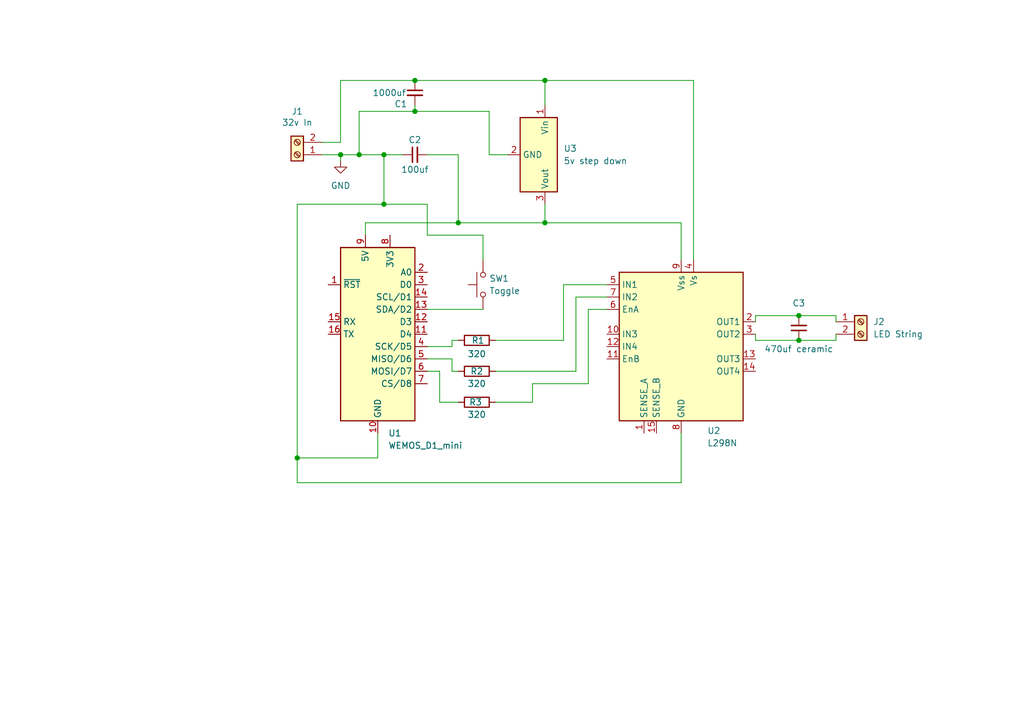
<source format=kicad_sch>
(kicad_sch (version 20250114) (generator "eeschema") (generator_version "9.0")
  (paper "A5")
  (lib_symbols
    (symbol "Connector:Screw_Terminal_01x02" (pin_names (offset 1.016) (hide yes))
      (property "Reference" "J" (at 0 2.54 0))
      (property "Value" "Screw_Terminal_01x02" (at 0 -5.08 0))
      (symbol "Screw_Terminal_01x02_1_1"
        (rectangle (start -1.27 1.27) (end 1.27 -3.81) (stroke (width 0.254)) (fill (type background)))
        (polyline (pts (xy -0.5334 0.3302) (xy 0.3302 -0.508)) (stroke (width 0.1524)))
        (polyline (pts (xy -0.5334 -2.2098) (xy 0.3302 -3.048)) (stroke (width 0.1524)))
        (polyline (pts (xy -0.3556 0.508) (xy 0.508 -0.3302)) (stroke (width 0.1524)))
        (polyline (pts (xy -0.3556 -2.032) (xy 0.508 -2.8702)) (stroke (width 0.1524)))
        (circle (center 0 0) (radius 0.635) (stroke (width 0.1524)))
        (circle (center 0 -2.54) (radius 0.635) (stroke (width 0.1524)))
        (pin passive line (at -5.08 0 0) (length 3.81) (name "Pin_1") (number "1"))
        (pin passive line (at -5.08 -2.54 0) (length 3.81) (name "Pin_2") (number "2"))
      )
    )
    (symbol "Device:C_Small" (pin_numbers (hide yes)) (pin_names (offset 0.254) (hide yes))
      (property "Reference" "C" (at 0.254 1.778 0))
      (property "Value" "C_Small" (at 0.254 -2.032 0))
      (symbol "C_Small_0_1"
        (polyline (pts (xy -1.524 0.508) (xy 1.524 0.508)) (stroke (width 0.3048)))
        (polyline (pts (xy -1.524 -0.508) (xy 1.524 -0.508)) (stroke (width 0.3302)))
      )
      (symbol "C_Small_1_1"
        (pin passive line (at 0 2.54 270) (length 2.032) (name "~") (number "1"))
        (pin passive line (at 0 -2.54 90) (length 2.032) (name "~") (number "2"))
      )
    )
    (symbol "Device:R" (pin_numbers (hide yes)) (pin_names (offset 0))
      (property "Reference" "R" (at 2.032 0 90))
      (property "Value" "R" (at 0 0 90))
      (symbol "R_0_1"
        (rectangle (start -1.016 -2.54) (end 1.016 2.54) (stroke (width 0.254)))
      )
      (symbol "R_1_1"
        (pin passive line (at 0 3.81 270) (length 1.27) (name "~") (number "1"))
        (pin passive line (at 0 -3.81 90) (length 1.27) (name "~") (number "2"))
      )
    )
    (symbol "Driver_Motor:L298N"
      (property "Reference" "U" (at -10.16 16.51 0))
      (property "Value" "L298N" (at 12.7 16.51 0))
      (symbol "L298N_0_1"
        (rectangle (start -12.7 15.24) (end 12.7 -15.24) (stroke (width 0.254)) (fill (type background)))
      )
      (symbol "L298N_1_1"
        (pin input line (at -15.24 12.7 0) (length 2.54) (name "IN1") (number "5"))
        (pin input line (at -15.24 10.16 0) (length 2.54) (name "IN2") (number "7"))
        (pin input line (at -15.24 7.62 0) (length 2.54) (name "EnA") (number "6"))
        (pin input line (at -15.24 2.54 0) (length 2.54) (name "IN3") (number "10"))
        (pin input line (at -15.24 0 0) (length 2.54) (name "IN4") (number "12"))
        (pin input line (at -15.24 -2.54 0) (length 2.54) (name "EnB") (number "11"))
        (pin input line (at -7.62 -17.78 90) (length 2.54) (name "SENSE_A") (number "1"))
        (pin input line (at -5.08 -17.78 90) (length 2.54) (name "SENSE_B") (number "15"))
        (pin power_in line (at 0 17.78 270) (length 2.54) (name "Vss") (number "9"))
        (pin power_in line (at 0 -17.78 90) (length 2.54) (name "GND") (number "8"))
        (pin power_in line (at 2.54 17.78 270) (length 2.54) (name "Vs") (number "4"))
        (pin output line (at 15.24 5.08 180) (length 2.54) (name "OUT1") (number "2"))
        (pin output line (at 15.24 2.54 180) (length 2.54) (name "OUT2") (number "3"))
        (pin output line (at 15.24 -2.54 180) (length 2.54) (name "OUT3") (number "13"))
        (pin output line (at 15.24 -5.08 180) (length 2.54) (name "OUT4") (number "14"))
      )
    )
    (symbol "RF_Module:WEMOS_D1_mini"
      (property "Reference" "U" (at 3.81 19.05 0))
      (property "Value" "WEMOS_D1_mini" (at 1.27 -19.05 0))
      (symbol "WEMOS_D1_mini_1_1"
        (rectangle (start -7.62 17.78) (end 7.62 -17.78) (stroke (width 0.254)) (fill (type background)))
        (pin input line (at -10.16 10.16 0) (length 2.54) (name "~{RST}") (number "1"))
        (pin input line (at -10.16 2.54 0) (length 2.54) (name "RX") (number "15"))
        (pin output line (at -10.16 0 0) (length 2.54) (name "TX") (number "16"))
        (pin power_in line (at -2.54 20.32 270) (length 2.54) (name "5V") (number "9"))
        (pin power_in line (at 0 -20.32 90) (length 2.54) (name "GND") (number "10"))
        (pin power_out line (at 2.54 20.32 270) (length 2.54) (name "3V3") (number "8"))
        (pin input line (at 10.16 12.7 180) (length 2.54) (name "A0") (number "2"))
        (pin bidirectional line (at 10.16 10.16 180) (length 2.54) (name "D0") (number "3"))
        (pin bidirectional line (at 10.16 7.62 180) (length 2.54) (name "SCL/D1") (number "14"))
        (pin bidirectional line (at 10.16 5.08 180) (length 2.54) (name "SDA/D2") (number "13"))
        (pin bidirectional line (at 10.16 2.54 180) (length 2.54) (name "D3") (number "12"))
        (pin bidirectional line (at 10.16 0 180) (length 2.54) (name "D4") (number "11"))
        (pin bidirectional line (at 10.16 -2.54 180) (length 2.54) (name "SCK/D5") (number "4"))
        (pin bidirectional line (at 10.16 -5.08 180) (length 2.54) (name "MISO/D6") (number "5"))
        (pin bidirectional line (at 10.16 -7.62 180) (length 2.54) (name "MOSI/D7") (number "6"))
        (pin bidirectional line (at 10.16 -10.16 180) (length 2.54) (name "CS/D8") (number "7"))
      )
    )
    (symbol "Regulator_Switching:TSR0.5-2450"
      (property "Reference" "U" (at -7.112 6.35 0))
      (property "Value" "TSR0.5-2450" (at 1.27 6.35 0))
      (symbol "TSR0.5-2450_0_1"
        (rectangle (start -7.62 5.08) (end 7.62 -2.54) (stroke (width 0.254)) (fill (type background)))
      )
      (symbol "TSR0.5-2450_1_1"
        (pin power_in line (at -10.16 2.54 0) (length 2.54) (name "Vin") (number "1"))
        (pin power_in line (at 0 -5.08 90) (length 2.54) (name "GND") (number "2"))
        (pin power_out line (at 10.16 2.54 180) (length 2.54) (name "Vout") (number "3"))
      )
    )
    (symbol "Switch:SW_Push" (pin_numbers (hide yes)) (pin_names (offset 1.016) (hide yes))
      (property "Reference" "SW" (at 1.27 2.54 0))
      (property "Value" "SW_Push" (at 0 -1.524 0))
      (symbol "SW_Push_0_1"
        (circle (center -2.032 0) (radius 0.508))
        (polyline (pts (xy 0 1.27) (xy 0 3.048)))
        (circle (center 2.032 0) (radius 0.508))
        (polyline (pts (xy 2.54 1.27) (xy -2.54 1.27)))
        (pin passive line (at -5.08 0 0) (length 2.54) (name "1") (number "1"))
        (pin passive line (at 5.08 0 180) (length 2.54) (name "2") (number "2"))
      )
    )
    (symbol "power:GND" (power) (pin_numbers (hide yes)) (pin_names (offset 0) (hide yes))
      (property "Value" "GND" (at 0 -3.81 0))
      (symbol "GND_0_1"
        (polyline (pts (xy 0 0) (xy 0 -1.27) (xy 1.27 -1.27) (xy 0 -2.54) (xy -1.27 -1.27) (xy 0 -1.27)))
      )
      (symbol "GND_1_1"
        (pin power_in line (at 0 0 270) (length 0) (name "~") (number "1"))
      )
    )
  )
  (junction (at 163.83 69.85))
  (junction (at 93.98 45.72))
  (junction (at 78.74 41.91))
  (junction (at 78.74 31.75))
  (junction (at 111.76 16.51))
  (junction (at 60.96 93.98))
  (junction (at 73.66 31.75))
  (junction (at 85.09 16.51))
  (junction (at 111.76 45.72))
  (junction (at 85.09 22.86))
  (junction (at 163.83 64.77))
  (junction (at 69.85 31.75))
  (wire (pts (xy 87.63 63.5) (xy 99.06 63.5)))
  (wire (pts (xy 66.04 31.75) (xy 69.85 31.75)))
  (wire (pts (xy 69.85 16.51) (xy 85.09 16.51)))
  (wire (pts (xy 115.57 58.42) (xy 124.46 58.42)))
  (wire (pts (xy 111.76 41.91) (xy 111.76 45.72)))
  (wire (pts (xy 93.98 31.75) (xy 93.98 45.72)))
  (wire (pts (xy 74.93 45.72) (xy 93.98 45.72)))
  (wire (pts (xy 87.63 71.12) (xy 92.71 71.12)))
  (wire (pts (xy 60.96 93.98) (xy 60.96 99.06)))
  (wire (pts (xy 93.98 45.72) (xy 111.76 45.72)))
  (wire (pts (xy 101.6 82.55) (xy 109.22 82.55)))
  (wire (pts (xy 109.22 78.74) (xy 120.65 78.74)))
  (wire (pts (xy 60.96 41.91) (xy 78.74 41.91)))
  (wire (pts (xy 73.66 31.75) (xy 78.74 31.75)))
  (wire (pts (xy 87.63 73.66) (xy 92.71 73.66)))
  (wire (pts (xy 171.45 66.04) (xy 171.45 64.77)))
  (wire (pts (xy 139.7 53.34) (xy 139.7 45.72)))
  (wire (pts (xy 111.76 16.51) (xy 142.24 16.51)))
  (wire (pts (xy 69.85 16.51) (xy 69.85 29.21)))
  (wire (pts (xy 87.63 31.75) (xy 93.98 31.75)))
  (wire (pts (xy 118.11 60.96) (xy 124.46 60.96)))
  (wire (pts (xy 69.85 29.21) (xy 66.04 29.21)))
  (wire (pts (xy 139.7 88.9) (xy 139.7 99.06)))
  (wire (pts (xy 60.96 41.91) (xy 60.96 93.98)))
  (wire (pts (xy 154.94 64.77) (xy 163.83 64.77)))
  (wire (pts (xy 111.76 45.72) (xy 139.7 45.72)))
  (wire (pts (xy 120.65 63.5) (xy 124.46 63.5)))
  (wire (pts (xy 60.96 99.06) (xy 139.7 99.06)))
  (wire (pts (xy 163.83 64.77) (xy 171.45 64.77)))
  (wire (pts (xy 90.17 82.55) (xy 93.98 82.55)))
  (wire (pts (xy 90.17 76.2) (xy 90.17 82.55)))
  (wire (pts (xy 85.09 16.51) (xy 111.76 16.51)))
  (wire (pts (xy 120.65 78.74) (xy 120.65 63.5)))
  (wire (pts (xy 171.45 68.58) (xy 171.45 69.85)))
  (wire (pts (xy 74.93 45.72) (xy 74.93 48.26)))
  (wire (pts (xy 100.33 22.86) (xy 85.09 22.86)))
  (wire (pts (xy 77.47 88.9) (xy 77.47 93.98)))
  (wire (pts (xy 92.71 76.2) (xy 93.98 76.2)))
  (wire (pts (xy 100.33 31.75) (xy 104.14 31.75)))
  (wire (pts (xy 92.71 73.66) (xy 92.71 76.2)))
  (wire (pts (xy 87.63 48.26) (xy 87.63 41.91)))
  (wire (pts (xy 87.63 76.2) (xy 90.17 76.2)))
  (wire (pts (xy 154.94 68.58) (xy 154.94 69.85)))
  (wire (pts (xy 69.85 33.02) (xy 69.85 31.75)))
  (wire (pts (xy 87.63 41.91) (xy 78.74 41.91)))
  (wire (pts (xy 69.85 31.75) (xy 73.66 31.75)))
  (wire (pts (xy 109.22 82.55) (xy 109.22 78.74)))
  (wire (pts (xy 142.24 16.51) (xy 142.24 53.34)))
  (wire (pts (xy 171.45 69.85) (xy 163.83 69.85)))
  (wire (pts (xy 101.6 76.2) (xy 118.11 76.2)))
  (wire (pts (xy 92.71 71.12) (xy 92.71 69.85)))
  (wire (pts (xy 100.33 22.86) (xy 100.33 31.75)))
  (wire (pts (xy 111.76 16.51) (xy 111.76 21.59)))
  (wire (pts (xy 82.55 31.75) (xy 78.74 31.75)))
  (wire (pts (xy 73.66 22.86) (xy 73.66 31.75)))
  (wire (pts (xy 85.09 21.59) (xy 85.09 22.86)))
  (wire (pts (xy 154.94 66.04) (xy 154.94 64.77)))
  (wire (pts (xy 99.06 53.34) (xy 99.06 48.26)))
  (wire (pts (xy 118.11 76.2) (xy 118.11 60.96)))
  (wire (pts (xy 78.74 31.75) (xy 78.74 41.91)))
  (wire (pts (xy 73.66 22.86) (xy 85.09 22.86)))
  (wire (pts (xy 77.47 93.98) (xy 60.96 93.98)))
  (wire (pts (xy 92.71 69.85) (xy 93.98 69.85)))
  (wire (pts (xy 154.94 69.85) (xy 163.83 69.85)))
  (wire (pts (xy 99.06 48.26) (xy 87.63 48.26)))
  (wire (pts (xy 101.6 69.85) (xy 115.57 69.85)))
  (wire (pts (xy 115.57 69.85) (xy 115.57 58.42)))
  (symbol (lib_id "Regulator_Switching:TSR0.5-2450") (at 109.22 31.75 270) (unit 1)
    (property "Reference" "U3" (at 115.57 30.4799 90) (effects (justify left)))
    (property "Value" "5v step down" (at 115.57 33.0199 90) (effects (justify left)))
    (property "Footprint" "Converter_DCDC:Converter_DCDC_TRACO_TSR0.5-24xx_TSR0.5-24xxx_THT" (effects (hide yes)))
    (property "Datasheet" "https://www.tracopower.com/products/tsr0.5.pdf" (effects (hide yes)))
    (property "Description" "0.5A step-down regulator, fixed 5V output voltage, 6.5-32V input voltage, TO-220 compatible LM78xx replacement, SIP-3" (effects (hide yes)))
  )
  (symbol (lib_id "Device:C_Small") (at 85.09 31.75 90) (unit 1)
    (property "Reference" "C2" (at 85.09 28.702 90))
    (property "Value" "100uf" (at 85.09 34.798 90))
    (property "Description" "Unpolarized capacitor, small symbol" (effects (hide yes)))
  )
  (symbol (lib_id "Driver_Motor:L298N") (at 139.7 71.12 0) (unit 1)
    (property "Reference" "U2" (at 145.034 88.392 0) (effects (justify left)))
    (property "Value" "L298N" (at 145.034 90.932 0) (effects (justify left)))
    (property "Footprint" "Package_TO_SOT_THT:TO-220-15_P2.54x5.08mm_StaggerOdd_Lead4.58mm_Vertical" (effects (hide yes)))
    (property "Datasheet" "http://www.st.com/st-web-ui/static/active/en/resource/technical/document/datasheet/CD00000240.pdf" (effects (hide yes)))
    (property "Description" "Dual full bridge motor driver, up to 46V, 4A, Multiwatt15-V" (effects (hide yes)))
  )
  (symbol (lib_id "power:GND") (at 69.85 33.02 0) (unit 1)
    (property "Reference" "#PWR01" (effects (hide yes)))
    (property "Value" "GND" (at 69.85 38.1 0))
    (property "Description" "Power symbol creates a global label with name \"GND\" , ground" (effects (hide yes)))
  )
  (symbol (lib_id "Device:R") (at 97.79 82.55 90) (unit 1)
    (property "Reference" "R3" (at 97.536 82.55 90))
    (property "Value" "320" (at 97.79 85.09 90))
    (property "Description" "Resistor" (effects (hide yes)))
  )
  (symbol (lib_id "Device:C_Small") (at 85.09 19.05 0) (unit 1)
    (property "Reference" "C1" (at 83.566 21.336 0) (effects (justify right)))
    (property "Value" "1000uf" (at 83.312 19.05 0) (effects (justify right)))
    (property "Description" "Unpolarized capacitor, small symbol" (effects (hide yes)))
  )
  (symbol (lib_id "Connector:Screw_Terminal_01x02") (at 60.96 31.75 180) (unit 1)
    (property "Reference" "J1" (at 60.96 22.86 0))
    (property "Value" "32v In" (at 60.96 25.146 0))
    (property "Description" "Generic screw terminal, single row, 01x02, script generated (kicad-library-utils/schlib/autogen/connector/)" (effects (hide yes)))
  )
  (symbol (lib_id "Device:R") (at 97.79 69.85 90) (unit 1)
    (property "Reference" "R1" (at 98.044 69.85 90))
    (property "Value" "320" (at 97.79 72.644 90))
    (property "Description" "Resistor" (effects (hide yes)))
  )
  (symbol (lib_id "Switch:SW_Push") (at 99.06 58.42 90) (unit 1)
    (property "Reference" "SW1" (at 100.33 57.1499 90) (effects (justify right)))
    (property "Value" "Toggle" (at 100.33 59.6899 90) (effects (justify right)))
    (property "Description" "Push button switch, generic, two pins" (effects (hide yes)))
  )
  (symbol (lib_id "Device:R") (at 97.79 76.2 90) (unit 1)
    (property "Reference" "R2" (at 97.79 76.2 90))
    (property "Value" "320" (at 97.79 78.74 90))
    (property "Description" "Resistor" (effects (hide yes)))
  )
  (symbol (lib_id "RF_Module:WEMOS_D1_mini") (at 77.47 68.58 0) (unit 1)
    (property "Reference" "U1" (at 79.6133 88.9 0) (effects (justify left)))
    (property "Value" "WEMOS_D1_mini" (at 79.6133 91.44 0) (effects (justify left)))
    (property "Footprint" "RF_Module:WEMOS_D1_mini_light" (effects (hide yes)))
    (property "Datasheet" "https://wiki.wemos.cc/products:d1:d1_mini#documentation" (effects (hide yes)))
    (property "Description" "32-bit microcontroller module with WiFi" (effects (hide yes)))
  )
  (symbol (lib_id "Connector:Screw_Terminal_01x02") (at 176.53 66.04 0) (unit 1)
    (property "Reference" "J2" (at 179.07 66.0399 0) (effects (justify left)))
    (property "Value" "LED String" (at 179.07 68.5799 0) (effects (justify left)))
    (property "Description" "Generic screw terminal, single row, 01x02, script generated (kicad-library-utils/schlib/autogen/connector/)" (effects (hide yes)))
  )
  (symbol (lib_id "Device:C_Small") (at 163.83 67.31 180) (unit 1)
    (property "Reference" "C3" (at 163.83 62.23 0))
    (property "Value" "470uf ceramic" (at 163.83 71.628 0))
    (property "Description" "Unpolarized capacitor, small symbol" (effects (hide yes)))
  )
)
</source>
